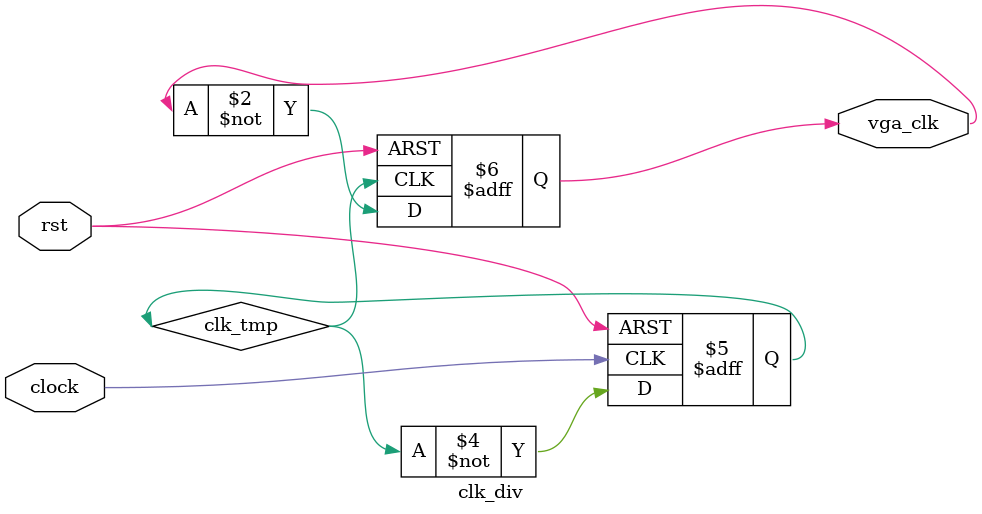
<source format=v>
module clk_div(
    input clock,
    input rst,
    output reg vga_clk
);
    reg clk_tmp;
    always @(posedge clk_tmp or posedge rst) begin
        if (rst)
            vga_clk <= 0;
        else
            vga_clk <= ~vga_clk;
    end
    always @(posedge clock or posedge rst) begin
        if (rst)
            clk_tmp <= 0;
        else
            clk_tmp <= ~clk_tmp;
    end
endmodule
</source>
